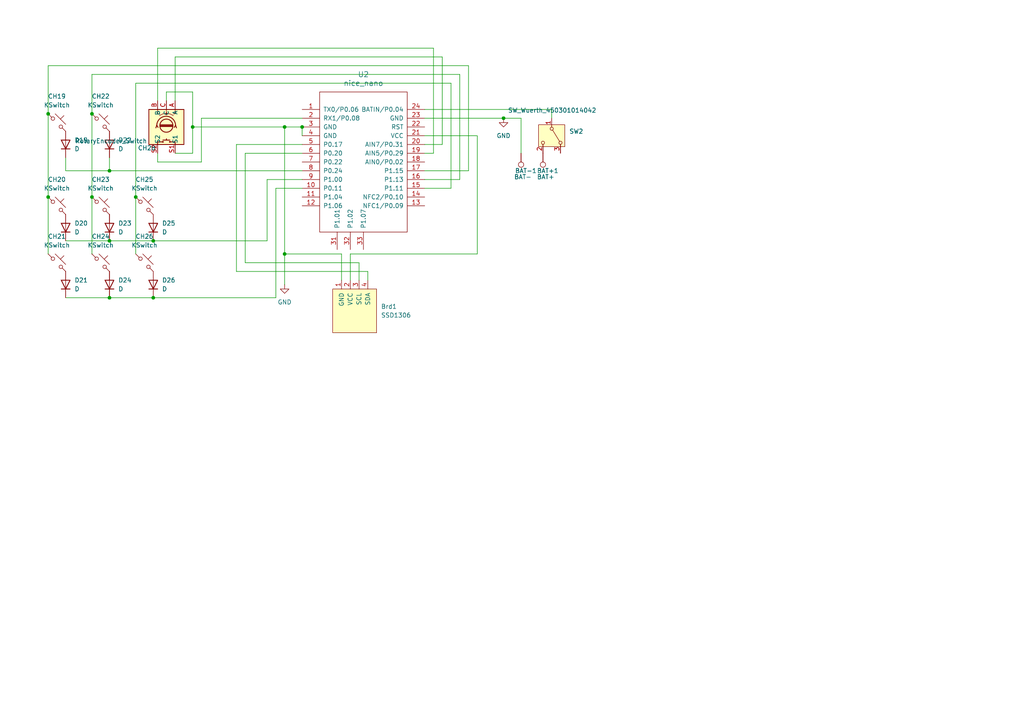
<source format=kicad_sch>
(kicad_sch (version 20231120) (generator "eeschema") (generator_version "8.0")
  (paper "A4")
  (lib_symbols
    (symbol "Connector:TestPoint" (pin_numbers hide) (pin_names (offset 0.762) hide)
      (property "Reference" "TP" (at 0 6.858 0))
      (property "Value" "TestPoint" (at 0 5.08 0))
      (symbol "TestPoint_0_1"
        (circle (center 0 3.302) (radius 0.762))
      )
      (symbol "TestPoint_1_1"
        (pin passive line (at 0 0 90) (length 2.54) (name "1") (number "1"))
      )
    )
    (symbol "Device:D" (pin_numbers hide) (pin_names (offset 1.016) hide)
      (property "Reference" "D" (at 0 2.54 0))
      (property "Value" "D" (at 0 -2.54 0))
      (symbol "D_0_1"
        (polyline (pts (xy -1.27 1.27) (xy -1.27 -1.27)) (stroke (width 0.254)))
        (polyline (pts (xy 1.27 0) (xy -1.27 0)))
        (polyline (pts (xy 1.27 1.27) (xy 1.27 -1.27) (xy -1.27 0) (xy 1.27 1.27)) (stroke (width 0.254)))
      )
      (symbol "D_1_1"
        (pin passive line (at -3.81 0 0) (length 2.54) (name "K") (number "1"))
        (pin passive line (at 3.81 0 180) (length 2.54) (name "A") (number "2"))
      )
    )
    (symbol "Device:RotaryEncoder_Switch" (pin_names (offset 0.254))
      (property "Reference" "SW" (at 0 6.604 0))
      (property "Value" "RotaryEncoder_Switch" (at 0 -6.604 0))
      (symbol "RotaryEncoder_Switch_0_1"
        (rectangle (start -5.08 5.08) (end 5.08 -5.08) (stroke (width 0.254)) (fill (type background)))
        (circle (center -3.81 0) (radius 0.254) (fill (type outline)))
        (circle (center -0.381 0) (radius 1.905) (stroke (width 0.254)))
        (arc (start -0.381 2.667) (mid -3.0988 -0.0635) (end -0.381 -2.794) (stroke (width 0.254)))
        (polyline (pts (xy -0.635 -1.778) (xy -0.635 1.778)) (stroke (width 0.254)))
        (polyline (pts (xy -0.381 -1.778) (xy -0.381 1.778)) (stroke (width 0.254)))
        (polyline (pts (xy -0.127 1.778) (xy -0.127 -1.778)) (stroke (width 0.254)))
        (polyline (pts (xy 3.81 0) (xy 3.429 0)) (stroke (width 0.254)))
        (polyline (pts (xy 3.81 1.016) (xy 3.81 -1.016)) (stroke (width 0.254)))
        (polyline (pts (xy -5.08 -2.54) (xy -3.81 -2.54) (xy -3.81 -2.032)))
        (polyline (pts (xy -5.08 2.54) (xy -3.81 2.54) (xy -3.81 2.032)))
        (polyline (pts (xy 0.254 -3.048) (xy -0.508 -2.794) (xy 0.127 -2.413)) (stroke (width 0.254)))
        (polyline (pts (xy 0.254 2.921) (xy -0.508 2.667) (xy 0.127 2.286)) (stroke (width 0.254)))
        (polyline (pts (xy 5.08 -2.54) (xy 4.318 -2.54) (xy 4.318 -1.016)) (stroke (width 0.254)))
        (polyline (pts (xy 5.08 2.54) (xy 4.318 2.54) (xy 4.318 1.016)) (stroke (width 0.254)))
        (polyline (pts (xy -5.08 0) (xy -3.81 0) (xy -3.81 -1.016) (xy -3.302 -2.032)))
        (polyline (pts (xy -4.318 0) (xy -3.81 0) (xy -3.81 1.016) (xy -3.302 2.032)))
        (circle (center 4.318 -1.016) (radius 0.127) (stroke (width 0.254)))
        (circle (center 4.318 1.016) (radius 0.127) (stroke (width 0.254)))
      )
      (symbol "RotaryEncoder_Switch_1_1"
        (pin passive line (at -7.62 2.54 0) (length 2.54) (name "A") (number "A"))
        (pin passive line (at -7.62 -2.54 0) (length 2.54) (name "B") (number "B"))
        (pin passive line (at -7.62 0 0) (length 2.54) (name "C") (number "C"))
        (pin passive line (at 7.62 2.54 180) (length 2.54) (name "S1") (number "S1"))
        (pin passive line (at 7.62 -2.54 180) (length 2.54) (name "S2") (number "S2"))
      )
    )
    (symbol "SSD1306-128x64_OLED:SSD1306" (pin_names (offset 1.016))
      (property "Reference" "Brd" (at 0 -3.81 0))
      (property "Value" "SSD1306" (at 0 -1.27 0))
      (symbol "SSD1306_0_1"
        (rectangle (start -6.35 6.35) (end 6.35 -6.35) (fill (type background)))
      )
      (symbol "SSD1306_1_1"
        (pin input line (at -3.81 8.89 270) (length 2.54) (name "GND") (number "1"))
        (pin input line (at -1.27 8.89 270) (length 2.54) (name "VCC") (number "2"))
        (pin input line (at 1.27 8.89 270) (length 2.54) (name "SCL") (number "3"))
        (pin input line (at 3.81 8.89 270) (length 2.54) (name "SDA") (number "4"))
      )
    )
    (symbol "Switch:SW_Wuerth_450301014042" (pin_names (offset 1) hide)
      (property "Reference" "SW" (at 0 5.08 0))
      (property "Value" "SW_Wuerth_450301014042" (at 0 -5.08 0))
      (symbol "SW_Wuerth_450301014042_0_1"
        (circle (center -2.032 0) (radius 0.4572))
        (polyline (pts (xy -1.651 0.254) (xy 1.651 2.286)))
        (circle (center 2.032 -2.54) (radius 0.4572))
        (circle (center 2.032 2.54) (radius 0.4572))
      )
      (symbol "SW_Wuerth_450301014042_1_1"
        (rectangle (start -3.175 3.81) (end 3.175 -3.81) (fill (type background)))
        (pin passive line (at -5.08 0 0) (length 2.54) (name "B") (number "1"))
        (pin passive line (at 5.08 -2.54 180) (length 2.54) (name "C") (number "2"))
        (pin passive line (at 5.08 2.54 180) (length 2.54) (name "A") (number "3"))
      )
    )
    (symbol "marbastlib-choc:choc_v1_SW_HS_CPG135001S30" (pin_numbers hide) (pin_names (offset 1.016) hide)
      (property "Reference" "CH" (at 3.048 1.016 0))
      (property "Value" "choc_v1_SW_HS" (at 0 -3.81 0))
      (symbol "choc_v1_SW_HS_CPG135001S30_0_1"
        (circle (center -1.1684 1.1684) (radius 0.508))
        (polyline (pts (xy -0.508 2.54) (xy 2.54 -0.508)))
        (polyline (pts (xy 1.016 1.016) (xy 2.032 2.032)))
        (polyline (pts (xy -2.54 2.54) (xy -1.524 1.524) (xy -1.524 1.524)))
        (polyline (pts (xy 1.524 -1.524) (xy 2.54 -2.54) (xy 2.54 -2.54) (xy 2.54 -2.54)))
        (circle (center 1.143 -1.1938) (radius 0.508))
        (pin passive line (at -2.54 2.54 0) (length 0) (name "1") (number "1"))
        (pin passive line (at 2.54 -2.54 180) (length 0) (name "2") (number "2"))
      )
    )
    (symbol "nice_nano:nice_nano" (pin_names (offset 1.016))
      (property "Reference" "U" (at 0 0 0))
      (property "Value" "nice_nano" (at 0 2.54 0))
      (symbol "nice_nano_0_1"
        (rectangle (start -12.7 -21.59) (end 12.7 19.05))
      )
      (symbol "nice_nano_1_1"
        (pin input line (at -17.78 13.97 0) (length 5.08) (name "TX0/P0.06") (number "1"))
        (pin input line (at -17.78 -8.89 0) (length 5.08) (name "P0.11") (number "10"))
        (pin input line (at -17.78 -11.43 0) (length 5.08) (name "P1.04") (number "11"))
        (pin input line (at -17.78 -13.97 0) (length 5.08) (name "P1.06") (number "12"))
        (pin input line (at 17.78 -13.97 180) (length 5.08) (name "NFC1/P0.09") (number "13"))
        (pin input line (at 17.78 -11.43 180) (length 5.08) (name "NFC2/P0.10") (number "14"))
        (pin input line (at 17.78 -8.89 180) (length 5.08) (name "P1.11") (number "15"))
        (pin input line (at 17.78 -6.35 180) (length 5.08) (name "P1.13") (number "16"))
        (pin input line (at 17.78 -3.81 180) (length 5.08) (name "P1.15") (number "17"))
        (pin input line (at 17.78 -1.27 180) (length 5.08) (name "AIN0/P0.02") (number "18"))
        (pin input line (at 17.78 1.27 180) (length 5.08) (name "AIN5/P0.29") (number "19"))
        (pin input line (at -17.78 11.43 0) (length 5.08) (name "RX1/P0.08") (number "2"))
        (pin input line (at 17.78 3.81 180) (length 5.08) (name "AIN7/P0.31") (number "20"))
        (pin input line (at 17.78 6.35 180) (length 5.08) (name "VCC") (number "21"))
        (pin input line (at 17.78 8.89 180) (length 5.08) (name "RST") (number "22"))
        (pin input line (at 17.78 11.43 180) (length 5.08) (name "GND") (number "23"))
        (pin input line (at 17.78 13.97 180) (length 5.08) (name "BATIN/P0.04") (number "24"))
        (pin input line (at -17.78 8.89 0) (length 5.08) (name "GND") (number "3"))
        (pin input line (at -7.62 -26.67 90) (length 5.08) (name "P1.01") (number "31"))
        (pin input line (at -3.81 -26.67 90) (length 5.08) (name "P1.02") (number "32"))
        (pin input line (at 0 -26.67 90) (length 5.08) (name "P1.07") (number "33"))
        (pin input line (at -17.78 6.35 0) (length 5.08) (name "GND") (number "4"))
        (pin input line (at -17.78 3.81 0) (length 5.08) (name "P0.17") (number "5"))
        (pin input line (at -17.78 1.27 0) (length 5.08) (name "P0.20") (number "6"))
        (pin input line (at -17.78 -1.27 0) (length 5.08) (name "P0.22") (number "7"))
        (pin input line (at -17.78 -3.81 0) (length 5.08) (name "P0.24") (number "8"))
        (pin input line (at -17.78 -6.35 0) (length 5.08) (name "P1.00") (number "9"))
      )
    )
    (symbol "power:GND" (power) (pin_numbers hide) (pin_names (offset 0) hide)
      (property "Value" "GND" (at 0 -3.81 0))
      (symbol "GND_0_1"
        (polyline (pts (xy 0 0) (xy 0 -1.27) (xy 1.27 -1.27) (xy 0 -2.54) (xy -1.27 -1.27) (xy 0 -1.27)))
      )
      (symbol "GND_1_1"
        (pin power_in line (at 0 0 270) (length 0) (name "~") (number "1"))
      )
    )
  )
  (junction (at 44.45 69.85))
  (junction (at 31.75 49.53))
  (junction (at 82.55 36.83))
  (junction (at 13.97 33.02))
  (junction (at 146.05 34.29))
  (junction (at 55.88 36.83))
  (junction (at 44.45 86.36))
  (junction (at 31.75 69.85))
  (junction (at 82.55 73.66))
  (junction (at 26.67 57.15))
  (junction (at 13.97 57.15))
  (junction (at 31.75 86.36))
  (junction (at 87.63 36.83))
  (junction (at 26.67 33.02))
  (junction (at 39.37 57.15))
  (wire (pts (xy 44.45 69.85) (xy 77.47 69.85)))
  (wire (pts (xy 19.05 49.53) (xy 31.75 49.53)))
  (wire (pts (xy 146.05 34.29) (xy 151.13 34.29)))
  (wire (pts (xy 44.45 86.36) (xy 80.01 86.36)))
  (wire (pts (xy 58.42 46.99) (xy 58.42 34.29)))
  (wire (pts (xy 138.43 39.37) (xy 123.19 39.37)))
  (wire (pts (xy 99.06 73.66) (xy 82.55 73.66)))
  (wire (pts (xy 82.55 36.83) (xy 82.55 73.66)))
  (wire (pts (xy 45.72 44.45) (xy 45.72 46.99)))
  (wire (pts (xy 77.47 52.07) (xy 77.47 69.85)))
  (wire (pts (xy 80.01 54.61) (xy 80.01 86.36)))
  (wire (pts (xy 31.75 49.53) (xy 87.63 49.53)))
  (wire (pts (xy 26.67 21.59) (xy 26.67 33.02)))
  (wire (pts (xy 31.75 86.36) (xy 44.45 86.36)))
  (wire (pts (xy 13.97 19.05) (xy 13.97 33.02)))
  (wire (pts (xy 99.06 81.28) (xy 99.06 73.66)))
  (wire (pts (xy 71.12 44.45) (xy 87.63 44.45)))
  (wire (pts (xy 106.68 81.28) (xy 106.68 78.74)))
  (wire (pts (xy 19.05 69.85) (xy 31.75 69.85)))
  (wire (pts (xy 55.88 36.83) (xy 55.88 44.45)))
  (wire (pts (xy 125.73 44.45) (xy 123.19 44.45)))
  (wire (pts (xy 45.72 46.99) (xy 58.42 46.99)))
  (wire (pts (xy 123.19 41.91) (xy 128.27 41.91)))
  (wire (pts (xy 13.97 33.02) (xy 13.97 57.15)))
  (wire (pts (xy 151.13 34.29) (xy 151.13 44.45)))
  (wire (pts (xy 31.75 49.53) (xy 31.75 45.72)))
  (wire (pts (xy 45.72 13.97) (xy 125.73 13.97)))
  (wire (pts (xy 50.8 29.21) (xy 50.8 16.51)))
  (wire (pts (xy 13.97 57.15) (xy 13.97 73.66)))
  (wire (pts (xy 101.6 81.28) (xy 101.6 73.66)))
  (wire (pts (xy 50.8 16.51) (xy 128.27 16.51)))
  (wire (pts (xy 68.58 41.91) (xy 87.63 41.91)))
  (wire (pts (xy 77.47 52.07) (xy 87.63 52.07)))
  (wire (pts (xy 101.6 73.66) (xy 138.43 73.66)))
  (wire (pts (xy 58.42 34.29) (xy 87.63 34.29)))
  (wire (pts (xy 13.97 19.05) (xy 135.89 19.05)))
  (wire (pts (xy 123.19 31.75) (xy 160.02 31.75)))
  (wire (pts (xy 104.14 76.2) (xy 71.12 76.2)))
  (wire (pts (xy 80.01 54.61) (xy 87.63 54.61)))
  (wire (pts (xy 19.05 86.36) (xy 31.75 86.36)))
  (wire (pts (xy 68.58 78.74) (xy 106.68 78.74)))
  (wire (pts (xy 71.12 76.2) (xy 71.12 44.45)))
  (wire (pts (xy 50.8 44.45) (xy 55.88 44.45)))
  (wire (pts (xy 128.27 16.51) (xy 128.27 41.91)))
  (wire (pts (xy 48.26 29.21) (xy 48.26 26.67)))
  (wire (pts (xy 125.73 13.97) (xy 125.73 44.45)))
  (wire (pts (xy 135.89 19.05) (xy 135.89 49.53)))
  (wire (pts (xy 19.05 49.53) (xy 19.05 45.72)))
  (wire (pts (xy 82.55 36.83) (xy 87.63 36.83)))
  (wire (pts (xy 87.63 39.37) (xy 87.63 36.83)))
  (wire (pts (xy 160.02 31.75) (xy 160.02 34.29)))
  (wire (pts (xy 39.37 24.13) (xy 130.81 24.13)))
  (wire (pts (xy 130.81 24.13) (xy 130.81 54.61)))
  (wire (pts (xy 39.37 57.15) (xy 39.37 73.66)))
  (wire (pts (xy 68.58 78.74) (xy 68.58 41.91)))
  (wire (pts (xy 138.43 73.66) (xy 138.43 39.37)))
  (wire (pts (xy 130.81 54.61) (xy 123.19 54.61)))
  (wire (pts (xy 26.67 57.15) (xy 26.67 73.66)))
  (wire (pts (xy 26.67 21.59) (xy 133.35 21.59)))
  (wire (pts (xy 26.67 33.02) (xy 26.67 57.15)))
  (wire (pts (xy 48.26 26.67) (xy 55.88 26.67)))
  (wire (pts (xy 31.75 69.85) (xy 44.45 69.85)))
  (wire (pts (xy 45.72 29.21) (xy 45.72 13.97)))
  (wire (pts (xy 135.89 49.53) (xy 123.19 49.53)))
  (wire (pts (xy 104.14 81.28) (xy 104.14 76.2)))
  (wire (pts (xy 55.88 36.83) (xy 82.55 36.83)))
  (wire (pts (xy 39.37 24.13) (xy 39.37 57.15)))
  (wire (pts (xy 55.88 26.67) (xy 55.88 36.83)))
  (wire (pts (xy 133.35 21.59) (xy 133.35 52.07)))
  (wire (pts (xy 133.35 52.07) (xy 123.19 52.07)))
  (wire (pts (xy 82.55 82.55) (xy 82.55 73.66)))
  (wire (pts (xy 123.19 34.29) (xy 146.05 34.29)))
  (symbol (lib_id "marbastlib-choc:choc_v1_SW_HS_CPG135001S30") (at 29.21 35.56 0) (unit 1) (in_bom no)
    (property "Reference" "CH22" (at 29.21 27.94 0))
    (property "Value" "KSwitch" (at 29.21 30.48 0))
    (property "Footprint" "keyswitches:Kailh_socket_PG1350_reversible" (effects (hide yes)))
    (property "Description" "Push button switch, normally open, two pins, 45° tilted" (effects (hide yes)))
  )
  (symbol (lib_id "Connector:TestPoint") (at 157.48 44.45 180) (unit 1) (in_bom no)
    (property "Reference" "BAT+1" (at 155.702 49.53 0) (effects (justify right)))
    (property "Value" "BAT+" (at 155.702 51.308 0) (effects (justify right)))
    (property "Footprint" "TestPoint:TestPoint_THTPad_D2.0mm_Drill1.0mm" (effects (hide yes)))
    (property "Description" "test point" (effects (hide yes)))
  )
  (symbol (lib_id "SSD1306-128x64_OLED:SSD1306") (at 102.87 90.17 0) (unit 1) (in_bom no)
    (property "Reference" "Brd1" (at 110.49 88.8999 0) (effects (justify left)))
    (property "Value" "SSD1306" (at 110.49 91.4399 0) (effects (justify left)))
    (property "Footprint" "SSD1306:128x64OLED_0.91" (effects (hide yes)))
    (property "Description" "SSD1306 OLED" (effects (hide yes)))
  )
  (symbol (lib_id "Device:D") (at 31.75 41.91 90) (unit 1)
    (property "Reference" "D22" (at 34.29 40.6399 90) (effects (justify right)))
    (property "Value" "D" (at 34.29 43.1799 90) (effects (justify right)))
    (property "Footprint" "Diode_SMD:Nexperia_CFP3_SOD-123W" (effects (hide yes)))
    (property "Description" "Diode" (effects (hide yes)))
    (property "Sim.Device" "D" (effects (hide yes)))
    (property "Sim.Pins" "1=K 2=A" (effects (hide yes)))
  )
  (symbol (lib_id "marbastlib-choc:choc_v1_SW_HS_CPG135001S30") (at 29.21 76.2 0) (unit 1) (in_bom no)
    (property "Reference" "CH24" (at 29.21 68.58 0))
    (property "Value" "KSwitch" (at 29.21 71.12 0))
    (property "Footprint" "keyswitches:Kailh_socket_PG1350_reversible" (effects (hide yes)))
    (property "Description" "Push button switch, normally open, two pins, 45° tilted" (effects (hide yes)))
  )
  (symbol (lib_id "Device:RotaryEncoder_Switch") (at 48.26 36.83 270) (unit 1)
    (property "Reference" "CH28" (at 45.212 42.926 90) (effects (justify right)))
    (property "Value" "RotaryEncoder_Switch" (at 42.672 40.894 90) (effects (justify right)))
    (property "Footprint" "Rotary_Encoder:RotaryEncoder_Bourns_Vertical_PEL11L-4xxxF-Sxxxx_1" (effects (hide yes)))
    (property "Description" "Rotary encoder, dual channel, incremental quadrate outputs, with switch" (effects (hide yes)))
  )
  (symbol (lib_id "Device:D") (at 44.45 82.55 90) (unit 1)
    (property "Reference" "D26" (at 46.99 81.2799 90) (effects (justify right)))
    (property "Value" "D" (at 46.99 83.8199 90) (effects (justify right)))
    (property "Footprint" "Diode_SMD:Nexperia_CFP3_SOD-123W" (effects (hide yes)))
    (property "Description" "Diode" (effects (hide yes)))
    (property "Sim.Device" "D" (effects (hide yes)))
    (property "Sim.Pins" "1=K 2=A" (effects (hide yes)))
  )
  (symbol (lib_id "power:GND") (at 82.55 82.55 0) (unit 1)
    (property "Reference" "#PWR03" (effects (hide yes)))
    (property "Value" "GND" (at 82.55 87.63 0))
    (property "Description" "Power symbol creates a global label with name \"GND\" , ground" (effects (hide yes)))
  )
  (symbol (lib_id "nice_nano:nice_nano") (at 105.41 45.72 0) (unit 1) (in_bom no)
    (property "Reference" "U2" (at 105.41 21.59 0) (effects (font (size 1.524 1.524))))
    (property "Value" "nice_nano" (at 105.41 24.13 0) (effects (font (size 1.524 1.524))))
    (property "Footprint" "nice-nano-kicad:nice_nano" (effects (hide yes)))
  )
  (symbol (lib_id "Device:D") (at 19.05 41.91 90) (unit 1)
    (property "Reference" "D19" (at 21.59 40.6399 90) (effects (justify right)))
    (property "Value" "D" (at 21.59 43.1799 90) (effects (justify right)))
    (property "Footprint" "Diode_SMD:Nexperia_CFP3_SOD-123W" (effects (hide yes)))
    (property "Description" "Diode" (effects (hide yes)))
    (property "Sim.Device" "D" (effects (hide yes)))
    (property "Sim.Pins" "1=K 2=A" (effects (hide yes)))
  )
  (symbol (lib_id "marbastlib-choc:choc_v1_SW_HS_CPG135001S30") (at 41.91 76.2 0) (unit 1) (in_bom no)
    (property "Reference" "CH26" (at 41.91 68.58 0))
    (property "Value" "KSwitch" (at 41.91 71.12 0))
    (property "Footprint" "keyswitches:Kailh_socket_PG1350_reversible" (effects (hide yes)))
    (property "Description" "Push button switch, normally open, two pins, 45° tilted" (effects (hide yes)))
  )
  (symbol (lib_id "marbastlib-choc:choc_v1_SW_HS_CPG135001S30") (at 16.51 35.56 0) (unit 1) (in_bom no)
    (property "Reference" "CH19" (at 16.51 27.94 0))
    (property "Value" "KSwitch" (at 16.51 30.48 0))
    (property "Footprint" "keyswitches:Kailh_socket_PG1350_reversible" (effects (hide yes)))
    (property "Description" "Push button switch, normally open, two pins, 45° tilted" (effects (hide yes)))
  )
  (symbol (lib_id "Device:D") (at 19.05 66.04 90) (unit 1)
    (property "Reference" "D20" (at 21.59 64.7699 90) (effects (justify right)))
    (property "Value" "D" (at 21.59 67.3099 90) (effects (justify right)))
    (property "Footprint" "Diode_SMD:Nexperia_CFP3_SOD-123W" (effects (hide yes)))
    (property "Description" "Diode" (effects (hide yes)))
    (property "Sim.Device" "D" (effects (hide yes)))
    (property "Sim.Pins" "1=K 2=A" (effects (hide yes)))
  )
  (symbol (lib_id "Device:D") (at 44.45 66.04 90) (unit 1)
    (property "Reference" "D25" (at 46.99 64.7699 90) (effects (justify right)))
    (property "Value" "D" (at 46.99 67.3099 90) (effects (justify right)))
    (property "Footprint" "Diode_SMD:Nexperia_CFP3_SOD-123W" (effects (hide yes)))
    (property "Description" "Diode" (effects (hide yes)))
    (property "Sim.Device" "D" (effects (hide yes)))
    (property "Sim.Pins" "1=K 2=A" (effects (hide yes)))
  )
  (symbol (lib_id "Device:D") (at 31.75 82.55 90) (unit 1)
    (property "Reference" "D24" (at 34.29 81.2799 90) (effects (justify right)))
    (property "Value" "D" (at 34.29 83.8199 90) (effects (justify right)))
    (property "Footprint" "Diode_SMD:Nexperia_CFP3_SOD-123W" (effects (hide yes)))
    (property "Description" "Diode" (effects (hide yes)))
    (property "Sim.Device" "D" (effects (hide yes)))
    (property "Sim.Pins" "1=K 2=A" (effects (hide yes)))
  )
  (symbol (lib_id "marbastlib-choc:choc_v1_SW_HS_CPG135001S30") (at 29.21 59.69 0) (unit 1) (in_bom no)
    (property "Reference" "CH23" (at 29.21 52.07 0))
    (property "Value" "KSwitch" (at 29.21 54.61 0))
    (property "Footprint" "keyswitches:Kailh_socket_PG1350_reversible" (effects (hide yes)))
    (property "Description" "Push button switch, normally open, two pins, 45° tilted" (effects (hide yes)))
  )
  (symbol (lib_id "Connector:TestPoint") (at 151.13 44.45 180) (unit 1) (in_bom no)
    (property "Reference" "BAT-1" (at 149.352 49.53 0) (effects (justify right)))
    (property "Value" "BAT-" (at 149.098 51.308 0) (effects (justify right)))
    (property "Footprint" "TestPoint:TestPoint_THTPad_2.0x2.0mm_Drill1.0mm" (effects (hide yes)))
    (property "Description" "test point" (effects (hide yes)))
  )
  (symbol (lib_id "Switch:SW_Wuerth_450301014042") (at 160.02 39.37 270) (unit 1)
    (property "Reference" "SW2" (at 165.1 38.0999 90) (effects (justify left)))
    (property "Value" "SW_Wuerth_450301014042" (at 147.32 32.004 90) (effects (justify left)))
    (property "Footprint" "Button_Switch_SMD:SW_SPDT_PCM12" (effects (hide yes)))
    (property "Datasheet" "https://www.we-online.com/components/products/datasheet/450301014042.pdf" (effects (hide yes)))
    (property "Description" "Switch slide, single pole double throw" (effects (hide yes)))
  )
  (symbol (lib_id "power:GND") (at 146.05 34.29 0) (unit 1)
    (property "Reference" "#PWR05" (effects (hide yes)))
    (property "Value" "GND" (at 146.05 39.37 0))
    (property "Description" "Power symbol creates a global label with name \"GND\" , ground" (effects (hide yes)))
  )
  (symbol (lib_id "marbastlib-choc:choc_v1_SW_HS_CPG135001S30") (at 16.51 59.69 0) (unit 1) (in_bom no)
    (property "Reference" "CH20" (at 16.51 52.07 0))
    (property "Value" "KSwitch" (at 16.51 54.61 0))
    (property "Footprint" "keyswitches:Kailh_socket_PG1350_reversible" (effects (hide yes)))
    (property "Description" "Push button switch, normally open, two pins, 45° tilted" (effects (hide yes)))
  )
  (symbol (lib_id "marbastlib-choc:choc_v1_SW_HS_CPG135001S30") (at 16.51 76.2 0) (unit 1) (in_bom no)
    (property "Reference" "CH21" (at 16.51 68.58 0))
    (property "Value" "KSwitch" (at 16.51 71.12 0))
    (property "Footprint" "keyswitches:Kailh_socket_PG1350_reversible" (effects (hide yes)))
    (property "Description" "Push button switch, normally open, two pins, 45° tilted" (effects (hide yes)))
  )
  (symbol (lib_id "Device:D") (at 31.75 66.04 90) (unit 1)
    (property "Reference" "D23" (at 34.29 64.7699 90) (effects (justify right)))
    (property "Value" "D" (at 34.29 67.3099 90) (effects (justify right)))
    (property "Footprint" "Diode_SMD:Nexperia_CFP3_SOD-123W" (effects (hide yes)))
    (property "Description" "Diode" (effects (hide yes)))
    (property "Sim.Device" "D" (effects (hide yes)))
    (property "Sim.Pins" "1=K 2=A" (effects (hide yes)))
  )
  (symbol (lib_id "marbastlib-choc:choc_v1_SW_HS_CPG135001S30") (at 41.91 59.69 0) (unit 1) (in_bom no)
    (property "Reference" "CH25" (at 41.91 52.07 0))
    (property "Value" "KSwitch" (at 41.91 54.61 0))
    (property "Footprint" "keyswitches:Kailh_socket_PG1350_reversible" (effects (hide yes)))
    (property "Description" "Push button switch, normally open, two pins, 45° tilted" (effects (hide yes)))
  )
  (symbol (lib_id "Device:D") (at 19.05 82.55 90) (unit 1)
    (property "Reference" "D21" (at 21.59 81.2799 90) (effects (justify right)))
    (property "Value" "D" (at 21.59 83.8199 90) (effects (justify right)))
    (property "Footprint" "Diode_SMD:Nexperia_CFP3_SOD-123W" (effects (hide yes)))
    (property "Description" "Diode" (effects (hide yes)))
    (property "Sim.Device" "D" (effects (hide yes)))
    (property "Sim.Pins" "1=K 2=A" (effects (hide yes)))
  )
)
</source>
